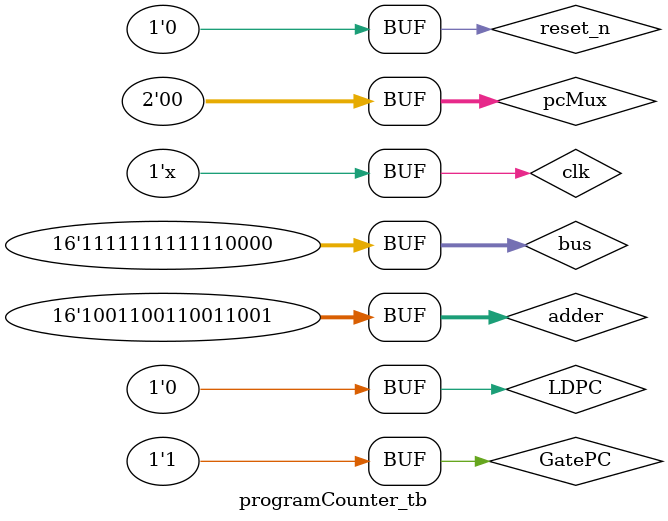
<source format=v>
`timescale 1ns / 1ps


module programCounter(//Stores the program counter, gated output to databus. PC selects from PC+1, address from bus, or address from adder (ex: using a LDR).
	input[1:0] pcMux,//selects where the next PC value should come from
	input[15:0] bus, adder, //data bus and address adder values
	input clk, reset_n, GatePC, LDPC, 
	output reg[15:0] result //the output towards the data bus
	);
	localparam PCINC = 2'b00;
	localparam BUS = 2'b01;
	localparam ADDER = 2'b10;
	localparam NONE = 2'b11;
	
	reg[15:0] PC;
	
	always@(posedge clk or negedge reset_n)begin
		if(!reset_n) PC <= 0;
		else if(LDPC) case(pcMux)
			PCINC: PC <= PC+1;
			BUS: PC <= bus;
			ADDER: PC <= adder;
			default: PC <= 0;
		endcase
		else PC <= PC;
	end
	
	always@(*) if(GatePC) result<=PC; else result<={16'bz};
	
endmodule

module programCounter_tb();//TODO run tb
	reg  clk, reset_n, GatePC, LDPC;
	reg[1:0]  pcMux;
	reg[15:0]  bus, adder;
	wire[15:0] result;

	programCounter programCounter_inst(
	 .pcMux(pcMux),.bus(bus),.adder(adder),.clk(clk),.reset_n(reset_n),.GatePC(GatePC),.LDPC(LDPC),.result(result));

	always #5 clk = ~clk;

	initial begin
		clk = 0; reset_n = 0; pcMux = 0; bus = 16'h8888; adder = 16'h9999; GatePC = 0; LDPC = 0; #10 //PC will remain 0, output is Z
		reset_n = 1; #50
		GatePC = 1; #10 //the result will be 0
		LDPC =1; #50 //Will increment 5 times and output as it increments
		pcMux = 1; #10//Will take input from bus, result will be 8888;
		pcMux = 2; #10//Will take adder value, 9999;
		pcMux = 3; #10//reset
		GatePC = 0; pcMux = 1; bus =  16'hFFF0; #10//no output, value set to FFF0
		pcMux = 0; #100 //inc 10  times
		GatePC = 1;#10//output for 1 tick
		LDPC = 0;#10
		reset_n = 0;

		
	end
	
endmodule

</source>
